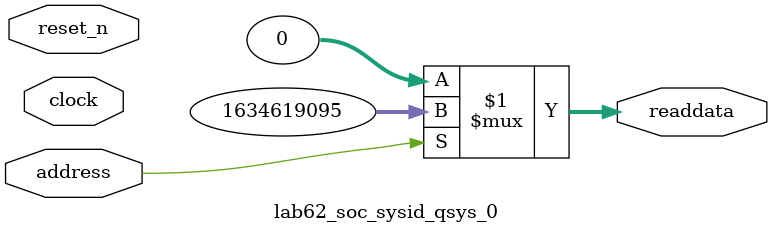
<source format=v>



// synthesis translate_off
`timescale 1ns / 1ps
// synthesis translate_on

// turn off superfluous verilog processor warnings 
// altera message_level Level1 
// altera message_off 10034 10035 10036 10037 10230 10240 10030 

module lab62_soc_sysid_qsys_0 (
               // inputs:
                address,
                clock,
                reset_n,

               // outputs:
                readdata
             )
;

  output  [ 31: 0] readdata;
  input            address;
  input            clock;
  input            reset_n;

  wire    [ 31: 0] readdata;
  //control_slave, which is an e_avalon_slave
  assign readdata = address ? 1634619095 : 0;

endmodule



</source>
